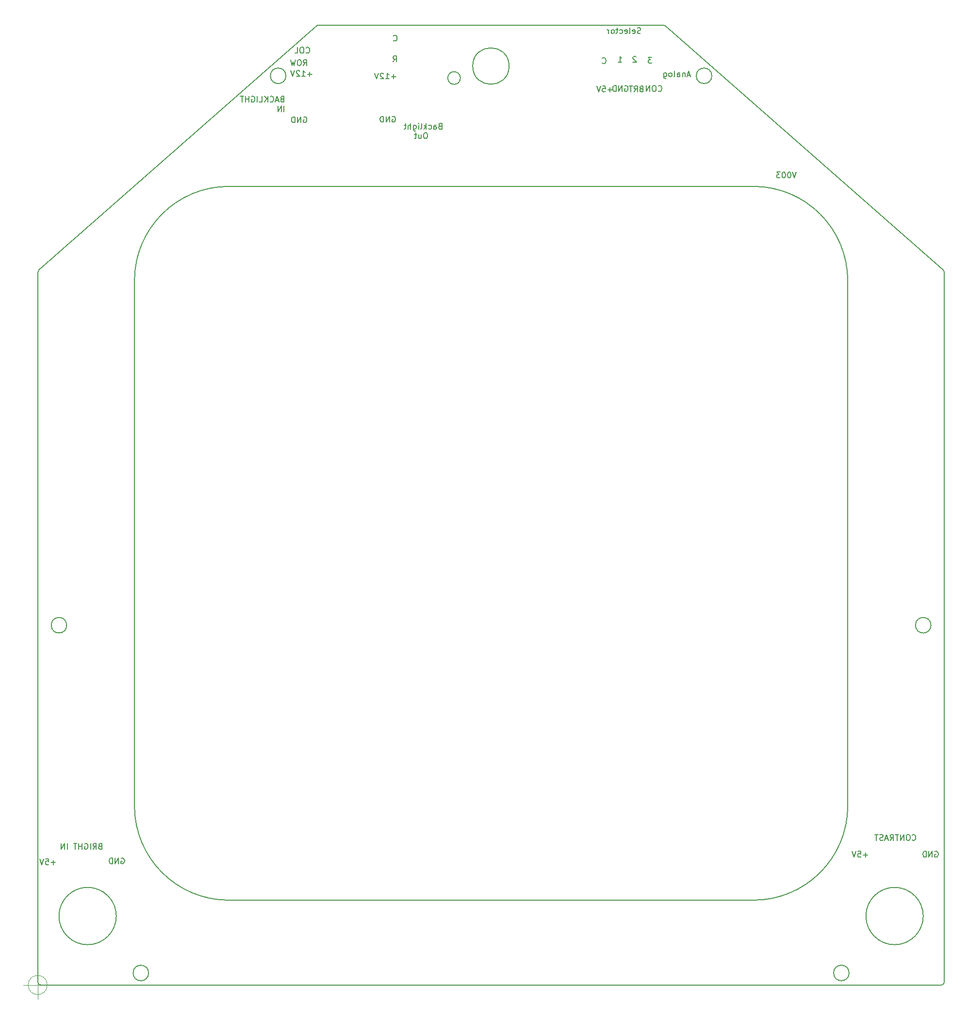
<source format=gbr>
G04 #@! TF.GenerationSoftware,KiCad,Pcbnew,(5.1.5-0-10_14)*
G04 #@! TF.CreationDate,2021-11-28T09:12:12+10:00*
G04 #@! TF.ProjectId,Buttons_DDI,42757474-6f6e-4735-9f44-44492e6b6963,rev?*
G04 #@! TF.SameCoordinates,Original*
G04 #@! TF.FileFunction,Legend,Bot*
G04 #@! TF.FilePolarity,Positive*
%FSLAX46Y46*%
G04 Gerber Fmt 4.6, Leading zero omitted, Abs format (unit mm)*
G04 Created by KiCad (PCBNEW (5.1.5-0-10_14)) date 2021-11-28 09:12:12*
%MOMM*%
%LPD*%
G04 APERTURE LIST*
%ADD10C,0.150000*%
%ADD11C,0.200000*%
%ADD12C,0.100000*%
G04 APERTURE END LIST*
D10*
X162118514Y-153843028D02*
X161356609Y-153843028D01*
X161737561Y-154223980D02*
X161737561Y-153462076D01*
X160404228Y-153223980D02*
X160880419Y-153223980D01*
X160928038Y-153700171D01*
X160880419Y-153652552D01*
X160785180Y-153604933D01*
X160547085Y-153604933D01*
X160451847Y-153652552D01*
X160404228Y-153700171D01*
X160356609Y-153795409D01*
X160356609Y-154033504D01*
X160404228Y-154128742D01*
X160451847Y-154176361D01*
X160547085Y-154223980D01*
X160785180Y-154223980D01*
X160880419Y-154176361D01*
X160928038Y-154128742D01*
X160070895Y-153223980D02*
X159737561Y-154223980D01*
X159404228Y-153223980D01*
X169886761Y-151207142D02*
X169934380Y-151254761D01*
X170077238Y-151302380D01*
X170172476Y-151302380D01*
X170315333Y-151254761D01*
X170410571Y-151159523D01*
X170458190Y-151064285D01*
X170505809Y-150873809D01*
X170505809Y-150730952D01*
X170458190Y-150540476D01*
X170410571Y-150445238D01*
X170315333Y-150350000D01*
X170172476Y-150302380D01*
X170077238Y-150302380D01*
X169934380Y-150350000D01*
X169886761Y-150397619D01*
X169267714Y-150302380D02*
X169077238Y-150302380D01*
X168982000Y-150350000D01*
X168886761Y-150445238D01*
X168839142Y-150635714D01*
X168839142Y-150969047D01*
X168886761Y-151159523D01*
X168982000Y-151254761D01*
X169077238Y-151302380D01*
X169267714Y-151302380D01*
X169362952Y-151254761D01*
X169458190Y-151159523D01*
X169505809Y-150969047D01*
X169505809Y-150635714D01*
X169458190Y-150445238D01*
X169362952Y-150350000D01*
X169267714Y-150302380D01*
X168410571Y-151302380D02*
X168410571Y-150302380D01*
X167839142Y-151302380D01*
X167839142Y-150302380D01*
X167505809Y-150302380D02*
X166934380Y-150302380D01*
X167220095Y-151302380D02*
X167220095Y-150302380D01*
X166029619Y-151302380D02*
X166362952Y-150826190D01*
X166601047Y-151302380D02*
X166601047Y-150302380D01*
X166220095Y-150302380D01*
X166124857Y-150350000D01*
X166077238Y-150397619D01*
X166029619Y-150492857D01*
X166029619Y-150635714D01*
X166077238Y-150730952D01*
X166124857Y-150778571D01*
X166220095Y-150826190D01*
X166601047Y-150826190D01*
X165648666Y-151016666D02*
X165172476Y-151016666D01*
X165743904Y-151302380D02*
X165410571Y-150302380D01*
X165077238Y-151302380D01*
X164791523Y-151254761D02*
X164648666Y-151302380D01*
X164410571Y-151302380D01*
X164315333Y-151254761D01*
X164267714Y-151207142D01*
X164220095Y-151111904D01*
X164220095Y-151016666D01*
X164267714Y-150921428D01*
X164315333Y-150873809D01*
X164410571Y-150826190D01*
X164601047Y-150778571D01*
X164696285Y-150730952D01*
X164743904Y-150683333D01*
X164791523Y-150588095D01*
X164791523Y-150492857D01*
X164743904Y-150397619D01*
X164696285Y-150350000D01*
X164601047Y-150302380D01*
X164362952Y-150302380D01*
X164220095Y-150350000D01*
X163934380Y-150302380D02*
X163362952Y-150302380D01*
X163648666Y-151302380D02*
X163648666Y-150302380D01*
X173837504Y-153271600D02*
X173932742Y-153223980D01*
X174075600Y-153223980D01*
X174218457Y-153271600D01*
X174313695Y-153366838D01*
X174361314Y-153462076D01*
X174408933Y-153652552D01*
X174408933Y-153795409D01*
X174361314Y-153985885D01*
X174313695Y-154081123D01*
X174218457Y-154176361D01*
X174075600Y-154223980D01*
X173980361Y-154223980D01*
X173837504Y-154176361D01*
X173789885Y-154128742D01*
X173789885Y-153795409D01*
X173980361Y-153795409D01*
X173361314Y-154223980D02*
X173361314Y-153223980D01*
X172789885Y-154223980D01*
X172789885Y-153223980D01*
X172313695Y-154223980D02*
X172313695Y-153223980D01*
X172075600Y-153223980D01*
X171932742Y-153271600D01*
X171837504Y-153366838D01*
X171789885Y-153462076D01*
X171742266Y-153652552D01*
X171742266Y-153795409D01*
X171789885Y-153985885D01*
X171837504Y-154081123D01*
X171932742Y-154176361D01*
X172075600Y-154223980D01*
X172313695Y-154223980D01*
X20386514Y-155163828D02*
X19624609Y-155163828D01*
X20005561Y-155544780D02*
X20005561Y-154782876D01*
X18672228Y-154544780D02*
X19148419Y-154544780D01*
X19196038Y-155020971D01*
X19148419Y-154973352D01*
X19053180Y-154925733D01*
X18815085Y-154925733D01*
X18719847Y-154973352D01*
X18672228Y-155020971D01*
X18624609Y-155116209D01*
X18624609Y-155354304D01*
X18672228Y-155449542D01*
X18719847Y-155497161D01*
X18815085Y-155544780D01*
X19053180Y-155544780D01*
X19148419Y-155497161D01*
X19196038Y-155449542D01*
X18338895Y-154544780D02*
X18005561Y-155544780D01*
X17672228Y-154544780D01*
X31851504Y-154440000D02*
X31946742Y-154392380D01*
X32089600Y-154392380D01*
X32232457Y-154440000D01*
X32327695Y-154535238D01*
X32375314Y-154630476D01*
X32422933Y-154820952D01*
X32422933Y-154963809D01*
X32375314Y-155154285D01*
X32327695Y-155249523D01*
X32232457Y-155344761D01*
X32089600Y-155392380D01*
X31994361Y-155392380D01*
X31851504Y-155344761D01*
X31803885Y-155297142D01*
X31803885Y-154963809D01*
X31994361Y-154963809D01*
X31375314Y-155392380D02*
X31375314Y-154392380D01*
X30803885Y-155392380D01*
X30803885Y-154392380D01*
X30327695Y-155392380D02*
X30327695Y-154392380D01*
X30089600Y-154392380D01*
X29946742Y-154440000D01*
X29851504Y-154535238D01*
X29803885Y-154630476D01*
X29756266Y-154820952D01*
X29756266Y-154963809D01*
X29803885Y-155154285D01*
X29851504Y-155249523D01*
X29946742Y-155344761D01*
X30089600Y-155392380D01*
X30327695Y-155392380D01*
X28157085Y-152328571D02*
X28014228Y-152376190D01*
X27966609Y-152423809D01*
X27918990Y-152519047D01*
X27918990Y-152661904D01*
X27966609Y-152757142D01*
X28014228Y-152804761D01*
X28109466Y-152852380D01*
X28490419Y-152852380D01*
X28490419Y-151852380D01*
X28157085Y-151852380D01*
X28061847Y-151900000D01*
X28014228Y-151947619D01*
X27966609Y-152042857D01*
X27966609Y-152138095D01*
X28014228Y-152233333D01*
X28061847Y-152280952D01*
X28157085Y-152328571D01*
X28490419Y-152328571D01*
X26918990Y-152852380D02*
X27252323Y-152376190D01*
X27490419Y-152852380D02*
X27490419Y-151852380D01*
X27109466Y-151852380D01*
X27014228Y-151900000D01*
X26966609Y-151947619D01*
X26918990Y-152042857D01*
X26918990Y-152185714D01*
X26966609Y-152280952D01*
X27014228Y-152328571D01*
X27109466Y-152376190D01*
X27490419Y-152376190D01*
X26490419Y-152852380D02*
X26490419Y-151852380D01*
X25490419Y-151900000D02*
X25585657Y-151852380D01*
X25728514Y-151852380D01*
X25871371Y-151900000D01*
X25966609Y-151995238D01*
X26014228Y-152090476D01*
X26061847Y-152280952D01*
X26061847Y-152423809D01*
X26014228Y-152614285D01*
X25966609Y-152709523D01*
X25871371Y-152804761D01*
X25728514Y-152852380D01*
X25633276Y-152852380D01*
X25490419Y-152804761D01*
X25442800Y-152757142D01*
X25442800Y-152423809D01*
X25633276Y-152423809D01*
X25014228Y-152852380D02*
X25014228Y-151852380D01*
X25014228Y-152328571D02*
X24442800Y-152328571D01*
X24442800Y-152852380D02*
X24442800Y-151852380D01*
X24109466Y-151852380D02*
X23538038Y-151852380D01*
X23823752Y-152852380D02*
X23823752Y-151852380D01*
X22442800Y-152852380D02*
X22442800Y-151852380D01*
X21966609Y-152852380D02*
X21966609Y-151852380D01*
X21395180Y-152852380D01*
X21395180Y-151852380D01*
X149643904Y-34782380D02*
X149310571Y-35782380D01*
X148977238Y-34782380D01*
X148453428Y-34782380D02*
X148358190Y-34782380D01*
X148262952Y-34830000D01*
X148215333Y-34877619D01*
X148167714Y-34972857D01*
X148120095Y-35163333D01*
X148120095Y-35401428D01*
X148167714Y-35591904D01*
X148215333Y-35687142D01*
X148262952Y-35734761D01*
X148358190Y-35782380D01*
X148453428Y-35782380D01*
X148548666Y-35734761D01*
X148596285Y-35687142D01*
X148643904Y-35591904D01*
X148691523Y-35401428D01*
X148691523Y-35163333D01*
X148643904Y-34972857D01*
X148596285Y-34877619D01*
X148548666Y-34830000D01*
X148453428Y-34782380D01*
X147501047Y-34782380D02*
X147405809Y-34782380D01*
X147310571Y-34830000D01*
X147262952Y-34877619D01*
X147215333Y-34972857D01*
X147167714Y-35163333D01*
X147167714Y-35401428D01*
X147215333Y-35591904D01*
X147262952Y-35687142D01*
X147310571Y-35734761D01*
X147405809Y-35782380D01*
X147501047Y-35782380D01*
X147596285Y-35734761D01*
X147643904Y-35687142D01*
X147691523Y-35591904D01*
X147739142Y-35401428D01*
X147739142Y-35163333D01*
X147691523Y-34972857D01*
X147643904Y-34877619D01*
X147596285Y-34830000D01*
X147501047Y-34782380D01*
X146834380Y-34782380D02*
X146215333Y-34782380D01*
X146548666Y-35163333D01*
X146405809Y-35163333D01*
X146310571Y-35210952D01*
X146262952Y-35258571D01*
X146215333Y-35353809D01*
X146215333Y-35591904D01*
X146262952Y-35687142D01*
X146310571Y-35734761D01*
X146405809Y-35782380D01*
X146691523Y-35782380D01*
X146786761Y-35734761D01*
X146834380Y-35687142D01*
D11*
X91030675Y-18376300D02*
G75*
G03X91030675Y-18376300I-1100000J0D01*
G01*
X99531375Y-16288500D02*
G75*
G03X99531375Y-16288500I-3175000J0D01*
G01*
X126464426Y-9144000D02*
X66106369Y-9176498D01*
D10*
X64111047Y-13927142D02*
X64158666Y-13974761D01*
X64301523Y-14022380D01*
X64396761Y-14022380D01*
X64539619Y-13974761D01*
X64634857Y-13879523D01*
X64682476Y-13784285D01*
X64730095Y-13593809D01*
X64730095Y-13450952D01*
X64682476Y-13260476D01*
X64634857Y-13165238D01*
X64539619Y-13070000D01*
X64396761Y-13022380D01*
X64301523Y-13022380D01*
X64158666Y-13070000D01*
X64111047Y-13117619D01*
X63492000Y-13022380D02*
X63301523Y-13022380D01*
X63206285Y-13070000D01*
X63111047Y-13165238D01*
X63063428Y-13355714D01*
X63063428Y-13689047D01*
X63111047Y-13879523D01*
X63206285Y-13974761D01*
X63301523Y-14022380D01*
X63492000Y-14022380D01*
X63587238Y-13974761D01*
X63682476Y-13879523D01*
X63730095Y-13689047D01*
X63730095Y-13355714D01*
X63682476Y-13165238D01*
X63587238Y-13070000D01*
X63492000Y-13022380D01*
X62158666Y-14022380D02*
X62634857Y-14022380D01*
X62634857Y-13022380D01*
X63627714Y-16202380D02*
X63961047Y-15726190D01*
X64199142Y-16202380D02*
X64199142Y-15202380D01*
X63818190Y-15202380D01*
X63722952Y-15250000D01*
X63675333Y-15297619D01*
X63627714Y-15392857D01*
X63627714Y-15535714D01*
X63675333Y-15630952D01*
X63722952Y-15678571D01*
X63818190Y-15726190D01*
X64199142Y-15726190D01*
X63008666Y-15202380D02*
X62818190Y-15202380D01*
X62722952Y-15250000D01*
X62627714Y-15345238D01*
X62580095Y-15535714D01*
X62580095Y-15869047D01*
X62627714Y-16059523D01*
X62722952Y-16154761D01*
X62818190Y-16202380D01*
X63008666Y-16202380D01*
X63103904Y-16154761D01*
X63199142Y-16059523D01*
X63246761Y-15869047D01*
X63246761Y-15535714D01*
X63199142Y-15345238D01*
X63103904Y-15250000D01*
X63008666Y-15202380D01*
X62246761Y-15202380D02*
X62008666Y-16202380D01*
X61818190Y-15488095D01*
X61627714Y-16202380D01*
X61389619Y-15202380D01*
X65113904Y-17701428D02*
X64352000Y-17701428D01*
X64732952Y-18082380D02*
X64732952Y-17320476D01*
X63352000Y-18082380D02*
X63923428Y-18082380D01*
X63637714Y-18082380D02*
X63637714Y-17082380D01*
X63732952Y-17225238D01*
X63828190Y-17320476D01*
X63923428Y-17368095D01*
X62971047Y-17177619D02*
X62923428Y-17130000D01*
X62828190Y-17082380D01*
X62590095Y-17082380D01*
X62494857Y-17130000D01*
X62447238Y-17177619D01*
X62399619Y-17272857D01*
X62399619Y-17368095D01*
X62447238Y-17510952D01*
X63018666Y-18082380D01*
X62399619Y-18082380D01*
X62113904Y-17082380D02*
X61780571Y-18082380D01*
X61447238Y-17082380D01*
X79753904Y-18141428D02*
X78992000Y-18141428D01*
X79372952Y-18522380D02*
X79372952Y-17760476D01*
X77992000Y-18522380D02*
X78563428Y-18522380D01*
X78277714Y-18522380D02*
X78277714Y-17522380D01*
X78372952Y-17665238D01*
X78468190Y-17760476D01*
X78563428Y-17808095D01*
X77611047Y-17617619D02*
X77563428Y-17570000D01*
X77468190Y-17522380D01*
X77230095Y-17522380D01*
X77134857Y-17570000D01*
X77087238Y-17617619D01*
X77039619Y-17712857D01*
X77039619Y-17808095D01*
X77087238Y-17950952D01*
X77658666Y-18522380D01*
X77039619Y-18522380D01*
X76753904Y-17522380D02*
X76420571Y-18522380D01*
X76087238Y-17522380D01*
X79282476Y-15542380D02*
X79615809Y-15066190D01*
X79853904Y-15542380D02*
X79853904Y-14542380D01*
X79472952Y-14542380D01*
X79377714Y-14590000D01*
X79330095Y-14637619D01*
X79282476Y-14732857D01*
X79282476Y-14875714D01*
X79330095Y-14970952D01*
X79377714Y-15018571D01*
X79472952Y-15066190D01*
X79853904Y-15066190D01*
X79352476Y-11827142D02*
X79400095Y-11874761D01*
X79542952Y-11922380D01*
X79638190Y-11922380D01*
X79781047Y-11874761D01*
X79876285Y-11779523D01*
X79923904Y-11684285D01*
X79971523Y-11493809D01*
X79971523Y-11350952D01*
X79923904Y-11160476D01*
X79876285Y-11065238D01*
X79781047Y-10970000D01*
X79638190Y-10922380D01*
X79542952Y-10922380D01*
X79400095Y-10970000D01*
X79352476Y-11017619D01*
X79123904Y-25110000D02*
X79219142Y-25062380D01*
X79362000Y-25062380D01*
X79504857Y-25110000D01*
X79600095Y-25205238D01*
X79647714Y-25300476D01*
X79695333Y-25490952D01*
X79695333Y-25633809D01*
X79647714Y-25824285D01*
X79600095Y-25919523D01*
X79504857Y-26014761D01*
X79362000Y-26062380D01*
X79266761Y-26062380D01*
X79123904Y-26014761D01*
X79076285Y-25967142D01*
X79076285Y-25633809D01*
X79266761Y-25633809D01*
X78647714Y-26062380D02*
X78647714Y-25062380D01*
X78076285Y-26062380D01*
X78076285Y-25062380D01*
X77600095Y-26062380D02*
X77600095Y-25062380D01*
X77362000Y-25062380D01*
X77219142Y-25110000D01*
X77123904Y-25205238D01*
X77076285Y-25300476D01*
X77028666Y-25490952D01*
X77028666Y-25633809D01*
X77076285Y-25824285D01*
X77123904Y-25919523D01*
X77219142Y-26014761D01*
X77362000Y-26062380D01*
X77600095Y-26062380D01*
X63673904Y-25180000D02*
X63769142Y-25132380D01*
X63912000Y-25132380D01*
X64054857Y-25180000D01*
X64150095Y-25275238D01*
X64197714Y-25370476D01*
X64245333Y-25560952D01*
X64245333Y-25703809D01*
X64197714Y-25894285D01*
X64150095Y-25989523D01*
X64054857Y-26084761D01*
X63912000Y-26132380D01*
X63816761Y-26132380D01*
X63673904Y-26084761D01*
X63626285Y-26037142D01*
X63626285Y-25703809D01*
X63816761Y-25703809D01*
X63197714Y-26132380D02*
X63197714Y-25132380D01*
X62626285Y-26132380D01*
X62626285Y-25132380D01*
X62150095Y-26132380D02*
X62150095Y-25132380D01*
X61912000Y-25132380D01*
X61769142Y-25180000D01*
X61673904Y-25275238D01*
X61626285Y-25370476D01*
X61578666Y-25560952D01*
X61578666Y-25703809D01*
X61626285Y-25894285D01*
X61673904Y-25989523D01*
X61769142Y-26084761D01*
X61912000Y-26132380D01*
X62150095Y-26132380D01*
X59923071Y-22033571D02*
X59780214Y-22081190D01*
X59732595Y-22128809D01*
X59684976Y-22224047D01*
X59684976Y-22366904D01*
X59732595Y-22462142D01*
X59780214Y-22509761D01*
X59875452Y-22557380D01*
X60256404Y-22557380D01*
X60256404Y-21557380D01*
X59923071Y-21557380D01*
X59827833Y-21605000D01*
X59780214Y-21652619D01*
X59732595Y-21747857D01*
X59732595Y-21843095D01*
X59780214Y-21938333D01*
X59827833Y-21985952D01*
X59923071Y-22033571D01*
X60256404Y-22033571D01*
X59304023Y-22271666D02*
X58827833Y-22271666D01*
X59399261Y-22557380D02*
X59065928Y-21557380D01*
X58732595Y-22557380D01*
X57827833Y-22462142D02*
X57875452Y-22509761D01*
X58018309Y-22557380D01*
X58113547Y-22557380D01*
X58256404Y-22509761D01*
X58351642Y-22414523D01*
X58399261Y-22319285D01*
X58446880Y-22128809D01*
X58446880Y-21985952D01*
X58399261Y-21795476D01*
X58351642Y-21700238D01*
X58256404Y-21605000D01*
X58113547Y-21557380D01*
X58018309Y-21557380D01*
X57875452Y-21605000D01*
X57827833Y-21652619D01*
X57399261Y-22557380D02*
X57399261Y-21557380D01*
X56827833Y-22557380D02*
X57256404Y-21985952D01*
X56827833Y-21557380D02*
X57399261Y-22128809D01*
X55923071Y-22557380D02*
X56399261Y-22557380D01*
X56399261Y-21557380D01*
X55589738Y-22557380D02*
X55589738Y-21557380D01*
X54589738Y-21605000D02*
X54684976Y-21557380D01*
X54827833Y-21557380D01*
X54970690Y-21605000D01*
X55065928Y-21700238D01*
X55113547Y-21795476D01*
X55161166Y-21985952D01*
X55161166Y-22128809D01*
X55113547Y-22319285D01*
X55065928Y-22414523D01*
X54970690Y-22509761D01*
X54827833Y-22557380D01*
X54732595Y-22557380D01*
X54589738Y-22509761D01*
X54542119Y-22462142D01*
X54542119Y-22128809D01*
X54732595Y-22128809D01*
X54113547Y-22557380D02*
X54113547Y-21557380D01*
X54113547Y-22033571D02*
X53542119Y-22033571D01*
X53542119Y-22557380D02*
X53542119Y-21557380D01*
X53208785Y-21557380D02*
X52637357Y-21557380D01*
X52923071Y-22557380D02*
X52923071Y-21557380D01*
X60256404Y-24207380D02*
X60256404Y-23207380D01*
X59780214Y-24207380D02*
X59780214Y-23207380D01*
X59208785Y-24207380D01*
X59208785Y-23207380D01*
X125560095Y-20597142D02*
X125607714Y-20644761D01*
X125750571Y-20692380D01*
X125845809Y-20692380D01*
X125988666Y-20644761D01*
X126083904Y-20549523D01*
X126131523Y-20454285D01*
X126179142Y-20263809D01*
X126179142Y-20120952D01*
X126131523Y-19930476D01*
X126083904Y-19835238D01*
X125988666Y-19740000D01*
X125845809Y-19692380D01*
X125750571Y-19692380D01*
X125607714Y-19740000D01*
X125560095Y-19787619D01*
X124941047Y-19692380D02*
X124750571Y-19692380D01*
X124655333Y-19740000D01*
X124560095Y-19835238D01*
X124512476Y-20025714D01*
X124512476Y-20359047D01*
X124560095Y-20549523D01*
X124655333Y-20644761D01*
X124750571Y-20692380D01*
X124941047Y-20692380D01*
X125036285Y-20644761D01*
X125131523Y-20549523D01*
X125179142Y-20359047D01*
X125179142Y-20025714D01*
X125131523Y-19835238D01*
X125036285Y-19740000D01*
X124941047Y-19692380D01*
X124083904Y-20692380D02*
X124083904Y-19692380D01*
X123512476Y-20692380D01*
X123512476Y-19692380D01*
X122591523Y-20248571D02*
X122448666Y-20296190D01*
X122401047Y-20343809D01*
X122353428Y-20439047D01*
X122353428Y-20581904D01*
X122401047Y-20677142D01*
X122448666Y-20724761D01*
X122543904Y-20772380D01*
X122924857Y-20772380D01*
X122924857Y-19772380D01*
X122591523Y-19772380D01*
X122496285Y-19820000D01*
X122448666Y-19867619D01*
X122401047Y-19962857D01*
X122401047Y-20058095D01*
X122448666Y-20153333D01*
X122496285Y-20200952D01*
X122591523Y-20248571D01*
X122924857Y-20248571D01*
X121353428Y-20772380D02*
X121686761Y-20296190D01*
X121924857Y-20772380D02*
X121924857Y-19772380D01*
X121543904Y-19772380D01*
X121448666Y-19820000D01*
X121401047Y-19867619D01*
X121353428Y-19962857D01*
X121353428Y-20105714D01*
X121401047Y-20200952D01*
X121448666Y-20248571D01*
X121543904Y-20296190D01*
X121924857Y-20296190D01*
X121067714Y-19772380D02*
X120496285Y-19772380D01*
X120782000Y-20772380D02*
X120782000Y-19772380D01*
X119713904Y-19740000D02*
X119809142Y-19692380D01*
X119952000Y-19692380D01*
X120094857Y-19740000D01*
X120190095Y-19835238D01*
X120237714Y-19930476D01*
X120285333Y-20120952D01*
X120285333Y-20263809D01*
X120237714Y-20454285D01*
X120190095Y-20549523D01*
X120094857Y-20644761D01*
X119952000Y-20692380D01*
X119856761Y-20692380D01*
X119713904Y-20644761D01*
X119666285Y-20597142D01*
X119666285Y-20263809D01*
X119856761Y-20263809D01*
X119237714Y-20692380D02*
X119237714Y-19692380D01*
X118666285Y-20692380D01*
X118666285Y-19692380D01*
X118190095Y-20692380D02*
X118190095Y-19692380D01*
X117952000Y-19692380D01*
X117809142Y-19740000D01*
X117713904Y-19835238D01*
X117666285Y-19930476D01*
X117618666Y-20120952D01*
X117618666Y-20263809D01*
X117666285Y-20454285D01*
X117713904Y-20549523D01*
X117809142Y-20644761D01*
X117952000Y-20692380D01*
X118190095Y-20692380D01*
X117547714Y-20391428D02*
X116785809Y-20391428D01*
X117166761Y-20772380D02*
X117166761Y-20010476D01*
X115833428Y-19772380D02*
X116309619Y-19772380D01*
X116357238Y-20248571D01*
X116309619Y-20200952D01*
X116214380Y-20153333D01*
X115976285Y-20153333D01*
X115881047Y-20200952D01*
X115833428Y-20248571D01*
X115785809Y-20343809D01*
X115785809Y-20581904D01*
X115833428Y-20677142D01*
X115881047Y-20724761D01*
X115976285Y-20772380D01*
X116214380Y-20772380D01*
X116309619Y-20724761D01*
X116357238Y-20677142D01*
X115500095Y-19772380D02*
X115166761Y-20772380D01*
X114833428Y-19772380D01*
X124435333Y-14762380D02*
X123816285Y-14762380D01*
X124149619Y-15143333D01*
X124006761Y-15143333D01*
X123911523Y-15190952D01*
X123863904Y-15238571D01*
X123816285Y-15333809D01*
X123816285Y-15571904D01*
X123863904Y-15667142D01*
X123911523Y-15714761D01*
X124006761Y-15762380D01*
X124292476Y-15762380D01*
X124387714Y-15714761D01*
X124435333Y-15667142D01*
X121707714Y-14717619D02*
X121660095Y-14670000D01*
X121564857Y-14622380D01*
X121326761Y-14622380D01*
X121231523Y-14670000D01*
X121183904Y-14717619D01*
X121136285Y-14812857D01*
X121136285Y-14908095D01*
X121183904Y-15050952D01*
X121755333Y-15622380D01*
X121136285Y-15622380D01*
X118596285Y-15622380D02*
X119167714Y-15622380D01*
X118882000Y-15622380D02*
X118882000Y-14622380D01*
X118977238Y-14765238D01*
X119072476Y-14860476D01*
X119167714Y-14908095D01*
X115812476Y-15737142D02*
X115860095Y-15784761D01*
X116002952Y-15832380D01*
X116098190Y-15832380D01*
X116241047Y-15784761D01*
X116336285Y-15689523D01*
X116383904Y-15594285D01*
X116431523Y-15403809D01*
X116431523Y-15260952D01*
X116383904Y-15070476D01*
X116336285Y-14975238D01*
X116241047Y-14880000D01*
X116098190Y-14832380D01*
X116002952Y-14832380D01*
X115860095Y-14880000D01*
X115812476Y-14927619D01*
X131121523Y-17856666D02*
X130645333Y-17856666D01*
X131216761Y-18142380D02*
X130883428Y-17142380D01*
X130550095Y-18142380D01*
X130216761Y-17475714D02*
X130216761Y-18142380D01*
X130216761Y-17570952D02*
X130169142Y-17523333D01*
X130073904Y-17475714D01*
X129931047Y-17475714D01*
X129835809Y-17523333D01*
X129788190Y-17618571D01*
X129788190Y-18142380D01*
X128883428Y-18142380D02*
X128883428Y-17618571D01*
X128931047Y-17523333D01*
X129026285Y-17475714D01*
X129216761Y-17475714D01*
X129312000Y-17523333D01*
X128883428Y-18094761D02*
X128978666Y-18142380D01*
X129216761Y-18142380D01*
X129312000Y-18094761D01*
X129359619Y-17999523D01*
X129359619Y-17904285D01*
X129312000Y-17809047D01*
X129216761Y-17761428D01*
X128978666Y-17761428D01*
X128883428Y-17713809D01*
X128264380Y-18142380D02*
X128359619Y-18094761D01*
X128407238Y-17999523D01*
X128407238Y-17142380D01*
X127740571Y-18142380D02*
X127835809Y-18094761D01*
X127883428Y-18047142D01*
X127931047Y-17951904D01*
X127931047Y-17666190D01*
X127883428Y-17570952D01*
X127835809Y-17523333D01*
X127740571Y-17475714D01*
X127597714Y-17475714D01*
X127502476Y-17523333D01*
X127454857Y-17570952D01*
X127407238Y-17666190D01*
X127407238Y-17951904D01*
X127454857Y-18047142D01*
X127502476Y-18094761D01*
X127597714Y-18142380D01*
X127740571Y-18142380D01*
X126550095Y-17475714D02*
X126550095Y-18285238D01*
X126597714Y-18380476D01*
X126645333Y-18428095D01*
X126740571Y-18475714D01*
X126883428Y-18475714D01*
X126978666Y-18428095D01*
X126550095Y-18094761D02*
X126645333Y-18142380D01*
X126835809Y-18142380D01*
X126931047Y-18094761D01*
X126978666Y-18047142D01*
X127026285Y-17951904D01*
X127026285Y-17666190D01*
X126978666Y-17570952D01*
X126931047Y-17523333D01*
X126835809Y-17475714D01*
X126645333Y-17475714D01*
X126550095Y-17523333D01*
X122482952Y-10554761D02*
X122340095Y-10602380D01*
X122102000Y-10602380D01*
X122006761Y-10554761D01*
X121959142Y-10507142D01*
X121911523Y-10411904D01*
X121911523Y-10316666D01*
X121959142Y-10221428D01*
X122006761Y-10173809D01*
X122102000Y-10126190D01*
X122292476Y-10078571D01*
X122387714Y-10030952D01*
X122435333Y-9983333D01*
X122482952Y-9888095D01*
X122482952Y-9792857D01*
X122435333Y-9697619D01*
X122387714Y-9650000D01*
X122292476Y-9602380D01*
X122054380Y-9602380D01*
X121911523Y-9650000D01*
X121102000Y-10554761D02*
X121197238Y-10602380D01*
X121387714Y-10602380D01*
X121482952Y-10554761D01*
X121530571Y-10459523D01*
X121530571Y-10078571D01*
X121482952Y-9983333D01*
X121387714Y-9935714D01*
X121197238Y-9935714D01*
X121102000Y-9983333D01*
X121054380Y-10078571D01*
X121054380Y-10173809D01*
X121530571Y-10269047D01*
X120482952Y-10602380D02*
X120578190Y-10554761D01*
X120625809Y-10459523D01*
X120625809Y-9602380D01*
X119721047Y-10554761D02*
X119816285Y-10602380D01*
X120006761Y-10602380D01*
X120102000Y-10554761D01*
X120149619Y-10459523D01*
X120149619Y-10078571D01*
X120102000Y-9983333D01*
X120006761Y-9935714D01*
X119816285Y-9935714D01*
X119721047Y-9983333D01*
X119673428Y-10078571D01*
X119673428Y-10173809D01*
X120149619Y-10269047D01*
X118816285Y-10554761D02*
X118911523Y-10602380D01*
X119102000Y-10602380D01*
X119197238Y-10554761D01*
X119244857Y-10507142D01*
X119292476Y-10411904D01*
X119292476Y-10126190D01*
X119244857Y-10030952D01*
X119197238Y-9983333D01*
X119102000Y-9935714D01*
X118911523Y-9935714D01*
X118816285Y-9983333D01*
X118530571Y-9935714D02*
X118149619Y-9935714D01*
X118387714Y-9602380D02*
X118387714Y-10459523D01*
X118340095Y-10554761D01*
X118244857Y-10602380D01*
X118149619Y-10602380D01*
X117673428Y-10602380D02*
X117768666Y-10554761D01*
X117816285Y-10507142D01*
X117863904Y-10411904D01*
X117863904Y-10126190D01*
X117816285Y-10030952D01*
X117768666Y-9983333D01*
X117673428Y-9935714D01*
X117530571Y-9935714D01*
X117435333Y-9983333D01*
X117387714Y-10030952D01*
X117340095Y-10126190D01*
X117340095Y-10411904D01*
X117387714Y-10507142D01*
X117435333Y-10554761D01*
X117530571Y-10602380D01*
X117673428Y-10602380D01*
X116911523Y-10602380D02*
X116911523Y-9935714D01*
X116911523Y-10126190D02*
X116863904Y-10030952D01*
X116816285Y-9983333D01*
X116721047Y-9935714D01*
X116625809Y-9935714D01*
X87497714Y-26743571D02*
X87354857Y-26791190D01*
X87307238Y-26838809D01*
X87259619Y-26934047D01*
X87259619Y-27076904D01*
X87307238Y-27172142D01*
X87354857Y-27219761D01*
X87450095Y-27267380D01*
X87831047Y-27267380D01*
X87831047Y-26267380D01*
X87497714Y-26267380D01*
X87402476Y-26315000D01*
X87354857Y-26362619D01*
X87307238Y-26457857D01*
X87307238Y-26553095D01*
X87354857Y-26648333D01*
X87402476Y-26695952D01*
X87497714Y-26743571D01*
X87831047Y-26743571D01*
X86402476Y-27267380D02*
X86402476Y-26743571D01*
X86450095Y-26648333D01*
X86545333Y-26600714D01*
X86735809Y-26600714D01*
X86831047Y-26648333D01*
X86402476Y-27219761D02*
X86497714Y-27267380D01*
X86735809Y-27267380D01*
X86831047Y-27219761D01*
X86878666Y-27124523D01*
X86878666Y-27029285D01*
X86831047Y-26934047D01*
X86735809Y-26886428D01*
X86497714Y-26886428D01*
X86402476Y-26838809D01*
X85497714Y-27219761D02*
X85592952Y-27267380D01*
X85783428Y-27267380D01*
X85878666Y-27219761D01*
X85926285Y-27172142D01*
X85973904Y-27076904D01*
X85973904Y-26791190D01*
X85926285Y-26695952D01*
X85878666Y-26648333D01*
X85783428Y-26600714D01*
X85592952Y-26600714D01*
X85497714Y-26648333D01*
X85069142Y-27267380D02*
X85069142Y-26267380D01*
X84973904Y-26886428D02*
X84688190Y-27267380D01*
X84688190Y-26600714D02*
X85069142Y-26981666D01*
X84116761Y-27267380D02*
X84212000Y-27219761D01*
X84259619Y-27124523D01*
X84259619Y-26267380D01*
X83735809Y-27267380D02*
X83735809Y-26600714D01*
X83735809Y-26267380D02*
X83783428Y-26315000D01*
X83735809Y-26362619D01*
X83688190Y-26315000D01*
X83735809Y-26267380D01*
X83735809Y-26362619D01*
X82831047Y-26600714D02*
X82831047Y-27410238D01*
X82878666Y-27505476D01*
X82926285Y-27553095D01*
X83021523Y-27600714D01*
X83164380Y-27600714D01*
X83259619Y-27553095D01*
X82831047Y-27219761D02*
X82926285Y-27267380D01*
X83116761Y-27267380D01*
X83212000Y-27219761D01*
X83259619Y-27172142D01*
X83307238Y-27076904D01*
X83307238Y-26791190D01*
X83259619Y-26695952D01*
X83212000Y-26648333D01*
X83116761Y-26600714D01*
X82926285Y-26600714D01*
X82831047Y-26648333D01*
X82354857Y-27267380D02*
X82354857Y-26267380D01*
X81926285Y-27267380D02*
X81926285Y-26743571D01*
X81973904Y-26648333D01*
X82069142Y-26600714D01*
X82212000Y-26600714D01*
X82307238Y-26648333D01*
X82354857Y-26695952D01*
X81592952Y-26600714D02*
X81212000Y-26600714D01*
X81450095Y-26267380D02*
X81450095Y-27124523D01*
X81402476Y-27219761D01*
X81307238Y-27267380D01*
X81212000Y-27267380D01*
X85045333Y-27917380D02*
X84854857Y-27917380D01*
X84759619Y-27965000D01*
X84664380Y-28060238D01*
X84616761Y-28250714D01*
X84616761Y-28584047D01*
X84664380Y-28774523D01*
X84759619Y-28869761D01*
X84854857Y-28917380D01*
X85045333Y-28917380D01*
X85140571Y-28869761D01*
X85235809Y-28774523D01*
X85283428Y-28584047D01*
X85283428Y-28250714D01*
X85235809Y-28060238D01*
X85140571Y-27965000D01*
X85045333Y-27917380D01*
X83759619Y-28250714D02*
X83759619Y-28917380D01*
X84188190Y-28250714D02*
X84188190Y-28774523D01*
X84140571Y-28869761D01*
X84045333Y-28917380D01*
X83902476Y-28917380D01*
X83807238Y-28869761D01*
X83759619Y-28822142D01*
X83426285Y-28250714D02*
X83045333Y-28250714D01*
X83283428Y-27917380D02*
X83283428Y-28774523D01*
X83235809Y-28869761D01*
X83140571Y-28917380D01*
X83045333Y-28917380D01*
D11*
X30987380Y-164503100D02*
G75*
G03X30987380Y-164503100I-5000000J0D01*
G01*
X60587233Y-17986375D02*
G75*
G03X60587233Y-17986375I-1352550J0D01*
G01*
X173148629Y-113792000D02*
G75*
G03X173148629Y-113792000I-1352550J0D01*
G01*
X50604140Y-161734500D02*
G75*
G02X34163000Y-145293360I0J16441140D01*
G01*
X158864300Y-174434500D02*
G75*
G03X158864300Y-174434500I-1352550J0D01*
G01*
X36626800Y-174434500D02*
G75*
G03X36626800Y-174434500I-1352550J0D01*
G01*
X158623000Y-145293360D02*
X158623000Y-53715640D01*
X142181860Y-37274500D02*
G75*
G02X158623000Y-53715640I0J-16441140D01*
G01*
X142181860Y-37274500D02*
X50604140Y-37274500D01*
X50604140Y-161734500D02*
X142181860Y-161734500D01*
X171798621Y-164503100D02*
G75*
G03X171798621Y-164503100I-5000000J0D01*
G01*
X126464426Y-9144000D02*
G75*
G02X126799582Y-9270248I0J-508000D01*
G01*
X17303750Y-52240798D02*
X17303750Y-176022000D01*
X17811750Y-176530000D02*
X174974250Y-176530000D01*
X175309406Y-51859046D02*
X126799582Y-9270248D01*
X175309406Y-51859046D02*
G75*
G02X175482250Y-52240798I-335156J-381752D01*
G01*
X158623000Y-145293360D02*
G75*
G02X142181860Y-161734500I-16441140J0D01*
G01*
X34163000Y-53715640D02*
X34163000Y-145293360D01*
X134903867Y-17986375D02*
G75*
G03X134903867Y-17986375I-1352550J0D01*
G01*
X22342471Y-113792000D02*
G75*
G03X22342471Y-113792000I-1352550J0D01*
G01*
X175482250Y-176022000D02*
X175482250Y-52240798D01*
X175482250Y-176022000D02*
G75*
G02X174974250Y-176530000I-508000J0D01*
G01*
X17303750Y-52240798D02*
G75*
G02X17476594Y-51859046I508000J0D01*
G01*
X34163000Y-53715640D02*
G75*
G02X50604140Y-37274500I16441140J0D01*
G01*
X17811750Y-176530000D02*
G75*
G02X17303750Y-176022000I0J508000D01*
G01*
X66106369Y-9176498D02*
X17476594Y-51859046D01*
D12*
X18938666Y-176530000D02*
G75*
G03X18938666Y-176530000I-1666666J0D01*
G01*
X14772000Y-176530000D02*
X19772000Y-176530000D01*
X17272000Y-174030000D02*
X17272000Y-179030000D01*
M02*

</source>
